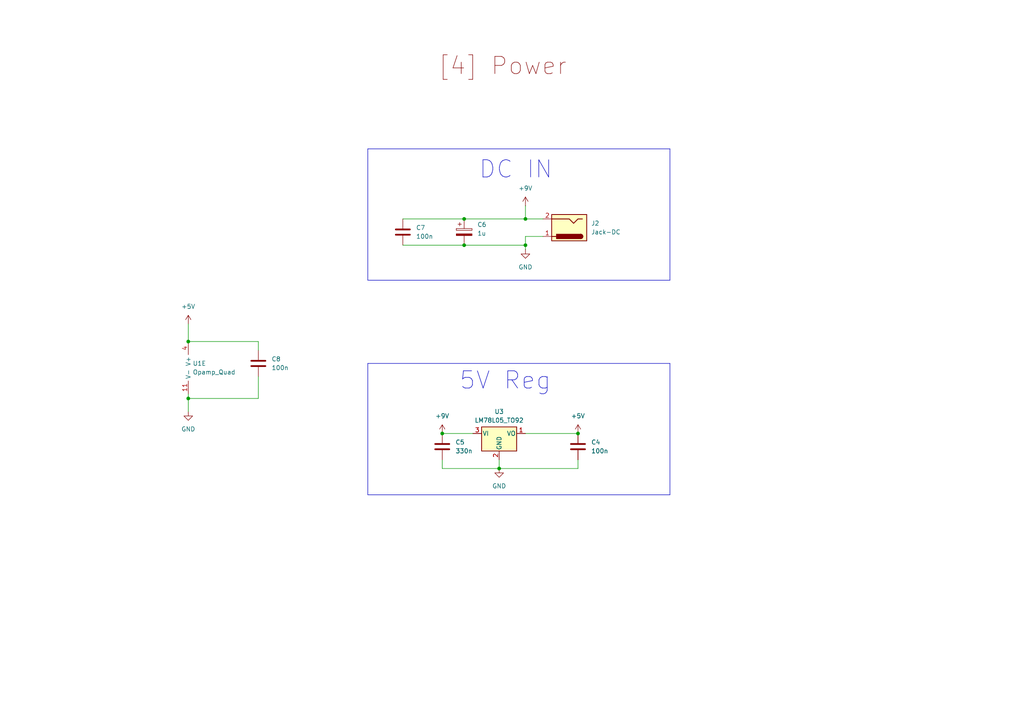
<source format=kicad_sch>
(kicad_sch (version 20231120) (generator "eeschema") (generator_version "8.0")
  (paper "A4")
  (lib_symbols
    (symbol "Connector:Jack-DC" (pin_names (offset 1.016))
      (property "Reference" "J" (at 0 5.334 0))
      (property "Value" "Jack-DC" (at 0 -5.08 0))
      (symbol "Jack-DC_0_1"
        (rectangle (start -5.08 3.81) (end 5.08 -3.81) (stroke (width 0.254)) (fill (type background)))
        (arc (start -3.302 3.175) (mid -3.9343 2.54) (end -3.302 1.905) (stroke (width 0.254)))
        (arc (start -3.302 3.175) (mid -3.9343 2.54) (end -3.302 1.905) (stroke (width 0.254)) (fill (type outline)))
        (polyline (pts (xy 5.08 2.54) (xy 3.81 2.54)) (stroke (width 0.254)))
        (polyline (pts (xy -3.81 -2.54) (xy -2.54 -2.54) (xy -1.27 -1.27) (xy 0 -2.54) (xy 2.54 -2.54) (xy 5.08 -2.54)) (stroke (width 0.254)))
        (rectangle (start 3.683 3.175) (end -3.302 1.905) (stroke (width 0.254)) (fill (type outline)))
      )
      (symbol "Jack-DC_1_1"
        (pin passive line (at 7.62 2.54 180) (length 2.54) (name "~") (number "1"))
        (pin passive line (at 7.62 -2.54 180) (length 2.54) (name "~") (number "2"))
      )
    )
    (symbol "Device:C" (pin_numbers hide) (pin_names (offset 0.254))
      (property "Reference" "C" (at 0.635 2.54 0))
      (property "Value" "C" (at 0.635 -2.54 0))
      (symbol "C_0_1"
        (polyline (pts (xy -2.032 -0.762) (xy 2.032 -0.762)) (stroke (width 0.508)))
        (polyline (pts (xy -2.032 0.762) (xy 2.032 0.762)) (stroke (width 0.508)))
      )
      (symbol "C_1_1"
        (pin passive line (at 0 3.81 270) (length 2.794) (name "~") (number "1"))
        (pin passive line (at 0 -3.81 90) (length 2.794) (name "~") (number "2"))
      )
    )
    (symbol "Device:C_Polarized" (pin_numbers hide) (pin_names (offset 0.254))
      (property "Reference" "C" (at 0.635 2.54 0))
      (property "Value" "C_Polarized" (at 0.635 -2.54 0))
      (symbol "C_Polarized_0_1"
        (rectangle (start -2.286 0.508) (end 2.286 1.016))
        (polyline (pts (xy -1.778 2.286) (xy -0.762 2.286)))
        (polyline (pts (xy -1.27 2.794) (xy -1.27 1.778)))
        (rectangle (start 2.286 -0.508) (end -2.286 -1.016) (fill (type outline)))
      )
      (symbol "C_Polarized_1_1"
        (pin passive line (at 0 3.81 270) (length 2.794) (name "~") (number "1"))
        (pin passive line (at 0 -3.81 90) (length 2.794) (name "~") (number "2"))
      )
    )
    (symbol "Device:Opamp_Quad"
      (property "Reference" "U" (at 0 5.08 0))
      (property "Value" "Opamp_Quad" (at 0 -5.08 0))
      (symbol "Opamp_Quad_1_1"
        (polyline (pts (xy -5.08 5.08) (xy 5.08 0) (xy -5.08 -5.08) (xy -5.08 5.08)) (stroke (width 0.254)) (fill (type background)))
        (pin output line (at 7.62 0 180) (length 2.54) (name "~") (number "1"))
        (pin input line (at -7.62 -2.54 0) (length 2.54) (name "-") (number "2"))
        (pin input line (at -7.62 2.54 0) (length 2.54) (name "+") (number "3"))
      )
      (symbol "Opamp_Quad_2_1"
        (polyline (pts (xy -5.08 5.08) (xy 5.08 0) (xy -5.08 -5.08) (xy -5.08 5.08)) (stroke (width 0.254)) (fill (type background)))
        (pin input line (at -7.62 2.54 0) (length 2.54) (name "+") (number "5"))
        (pin input line (at -7.62 -2.54 0) (length 2.54) (name "-") (number "6"))
        (pin output line (at 7.62 0 180) (length 2.54) (name "~") (number "7"))
      )
      (symbol "Opamp_Quad_3_1"
        (polyline (pts (xy -5.08 5.08) (xy 5.08 0) (xy -5.08 -5.08) (xy -5.08 5.08)) (stroke (width 0.254)) (fill (type background)))
        (pin input line (at -7.62 2.54 0) (length 2.54) (name "+") (number "10"))
        (pin output line (at 7.62 0 180) (length 2.54) (name "~") (number "8"))
        (pin input line (at -7.62 -2.54 0) (length 2.54) (name "-") (number "9"))
      )
      (symbol "Opamp_Quad_4_1"
        (polyline (pts (xy -5.08 5.08) (xy 5.08 0) (xy -5.08 -5.08) (xy -5.08 5.08)) (stroke (width 0.254)) (fill (type background)))
        (pin input line (at -7.62 2.54 0) (length 2.54) (name "+") (number "12"))
        (pin input line (at -7.62 -2.54 0) (length 2.54) (name "-") (number "13"))
        (pin output line (at 7.62 0 180) (length 2.54) (name "~") (number "14"))
      )
      (symbol "Opamp_Quad_5_1"
        (pin power_in line (at -2.54 -7.62 90) (length 3.81) (name "V-") (number "11"))
        (pin power_in line (at -2.54 7.62 270) (length 3.81) (name "V+") (number "4"))
      )
    )
    (symbol "Regulator_Linear:LM78L05_TO92" (pin_names (offset 0.254))
      (property "Reference" "U" (at -3.81 3.175 0))
      (property "Value" "LM78L05_TO92" (at 0 3.175 0))
      (symbol "LM78L05_TO92_0_1"
        (rectangle (start -5.08 -5.08) (end 5.08 1.905) (stroke (width 0.254)) (fill (type background)))
      )
      (symbol "LM78L05_TO92_1_1"
        (pin power_out line (at 7.62 0 180) (length 2.54) (name "VO") (number "1"))
        (pin power_in line (at 0 -7.62 90) (length 2.54) (name "GND") (number "2"))
        (pin power_in line (at -7.62 0 0) (length 2.54) (name "VI") (number "3"))
      )
    )
    (symbol "power:+5V" (power) (pin_numbers hide) (pin_names (offset 0) hide)
      (property "Value" "+5V" (at 0 3.556 0))
      (symbol "+5V_0_1"
        (polyline (pts (xy -0.762 1.27) (xy 0 2.54)))
        (polyline (pts (xy 0 0) (xy 0 2.54)))
        (polyline (pts (xy 0 2.54) (xy 0.762 1.27)))
      )
      (symbol "+5V_1_1"
        (pin power_in line (at 0 0 90) (length 0) (name "~") (number "1"))
      )
    )
    (symbol "power:+9V" (power) (pin_numbers hide) (pin_names (offset 0) hide)
      (property "Value" "+9V" (at 0 3.556 0))
      (symbol "+9V_0_1"
        (polyline (pts (xy -0.762 1.27) (xy 0 2.54)))
        (polyline (pts (xy 0 0) (xy 0 2.54)))
        (polyline (pts (xy 0 2.54) (xy 0.762 1.27)))
      )
      (symbol "+9V_1_1"
        (pin power_in line (at 0 0 90) (length 0) (name "~") (number "1"))
      )
    )
    (symbol "power:GND" (power) (pin_numbers hide) (pin_names (offset 0) hide)
      (property "Value" "GND" (at 0 -3.81 0))
      (symbol "GND_0_1"
        (polyline (pts (xy 0 0) (xy 0 -1.27) (xy 1.27 -1.27) (xy 0 -2.54) (xy -1.27 -1.27) (xy 0 -1.27)))
      )
      (symbol "GND_1_1"
        (pin power_in line (at 0 0 270) (length 0) (name "~") (number "1"))
      )
    )
  )
  (junction (at 152.4 71.12))
  (junction (at 54.61 99.06))
  (junction (at 54.61 115.57))
  (junction (at 144.78 135.89))
  (junction (at 134.62 63.5))
  (junction (at 167.64 125.73))
  (junction (at 152.4 63.5))
  (junction (at 128.27 125.73))
  (junction (at 134.62 71.12))
  (polyline (pts (xy 106.68 143.51) (xy 194.31 143.51)))
  (wire (pts (xy 152.4 59.69) (xy 152.4 63.5)))
  (wire (pts (xy 54.61 93.98) (xy 54.61 99.06)))
  (wire (pts (xy 152.4 72.39) (xy 152.4 71.12)))
  (polyline (pts (xy 106.68 43.18) (xy 106.68 81.28)))
  (wire (pts (xy 74.93 115.57) (xy 74.93 109.22)))
  (wire (pts (xy 152.4 63.5) (xy 157.48 63.5)))
  (wire (pts (xy 134.62 63.5) (xy 152.4 63.5)))
  (wire (pts (xy 74.93 99.06) (xy 74.93 101.6)))
  (wire (pts (xy 54.61 115.57) (xy 54.61 119.38)))
  (polyline (pts (xy 106.68 105.41) (xy 194.31 105.41)))
  (wire (pts (xy 167.64 133.35) (xy 167.64 135.89)))
  (wire (pts (xy 144.78 133.35) (xy 144.78 135.89)))
  (wire (pts (xy 116.84 71.12) (xy 134.62 71.12)))
  (wire (pts (xy 152.4 71.12) (xy 152.4 68.58)))
  (polyline (pts (xy 106.68 105.41) (xy 106.68 143.51)))
  (wire (pts (xy 152.4 125.73) (xy 167.64 125.73)))
  (polyline (pts (xy 106.68 43.18) (xy 194.31 43.18)))
  (wire (pts (xy 54.61 99.06) (xy 74.93 99.06)))
  (wire (pts (xy 152.4 68.58) (xy 157.48 68.58)))
  (wire (pts (xy 167.64 135.89) (xy 144.78 135.89)))
  (polyline (pts (xy 106.68 81.28) (xy 194.31 81.28)))
  (wire (pts (xy 128.27 125.73) (xy 137.16 125.73)))
  (polyline (pts (xy 194.31 81.28) (xy 194.31 43.18)))
  (wire (pts (xy 54.61 115.57) (xy 74.93 115.57)))
  (wire (pts (xy 128.27 133.35) (xy 128.27 135.89)))
  (polyline (pts (xy 194.31 143.51) (xy 194.31 105.41)))
  (wire (pts (xy 128.27 135.89) (xy 144.78 135.89)))
  (wire (pts (xy 54.61 114.3) (xy 54.61 115.57)))
  (wire (pts (xy 134.62 71.12) (xy 152.4 71.12)))
  (wire (pts (xy 116.84 63.5) (xy 134.62 63.5)))
  (text "DC IN\n" (at 149.606 49.276 0) (effects (font (size 5 5))))
  (text "[4] Power\n" (at 145.796 19.304 0) (effects (font (size 5 5))))
  (text "5V Reg" (at 146.558 110.49 0) (effects (font (size 5 5))))
  (symbol (lib_id "Device:C") (at 167.64 129.54 0) (unit 1)
    (property "Reference" "C4" (at 171.45 128.2699 0) (effects (justify left)))
    (property "Value" "100n" (at 171.45 130.8099 0) (effects (justify left)))
    (property "Description" "Unpolarized capacitor" (effects (hide yes)))
  )
  (symbol (lib_id "Device:C_Polarized") (at 134.62 67.31 0) (unit 1)
    (property "Reference" "C6" (at 138.43 65.1509 0) (effects (justify left)))
    (property "Value" "1u" (at 138.43 67.6909 0) (effects (justify left)))
    (property "Description" "Polarized capacitor" (effects (hide yes)))
  )
  (symbol (lib_id "Regulator_Linear:LM78L05_TO92") (at 144.78 125.73 0) (unit 1)
    (property "Reference" "U3" (at 144.78 119.38 0))
    (property "Value" "LM78L05_TO92" (at 144.78 121.92 0))
    (property "Footprint" "Package_TO_SOT_THT:TO-92_Inline" (effects (hide yes)))
    (property "Datasheet" "https://www.onsemi.com/pub/Collateral/MC78L06A-D.pdf" (effects (hide yes)))
    (property "Description" "Positive 100mA 30V Linear Regulator, Fixed Output 5V, TO-92" (effects (hide yes)))
  )
  (symbol (lib_id "Device:C") (at 74.93 105.41 0) (unit 1)
    (property "Reference" "C8" (at 78.74 104.1399 0) (effects (justify left)))
    (property "Value" "100n" (at 78.74 106.6799 0) (effects (justify left)))
    (property "Description" "Unpolarized capacitor" (effects (hide yes)))
  )
  (symbol (lib_id "Device:C") (at 128.27 129.54 0) (unit 1)
    (property "Reference" "C5" (at 132.08 128.2699 0) (effects (justify left)))
    (property "Value" "330n" (at 132.08 130.8099 0) (effects (justify left)))
    (property "Description" "Unpolarized capacitor" (effects (hide yes)))
  )
  (symbol (lib_id "power:+5V") (at 167.64 125.73 0) (unit 1)
    (property "Reference" "#PWR011" (effects (hide yes)))
    (property "Value" "+5V" (at 167.64 120.65 0))
    (property "Description" "Power symbol creates a global label with name \"+5V\"" (effects (hide yes)))
  )
  (symbol (lib_id "power:+9V") (at 152.4 59.69 0) (unit 1)
    (property "Reference" "#PWR08" (effects (hide yes)))
    (property "Value" "+9V" (at 152.4 54.61 0))
    (property "Description" "Power symbol creates a global label with name \"+9V\"" (effects (hide yes)))
  )
  (symbol (lib_id "Connector:Jack-DC") (at 165.1 66.04 180) (unit 1)
    (property "Reference" "J2" (at 171.45 64.7699 0) (effects (justify right)))
    (property "Value" "Jack-DC" (at 171.45 67.3099 0) (effects (justify right)))
    (property "Description" "DC Barrel Jack" (effects (hide yes)))
  )
  (symbol (lib_id "power:+9V") (at 128.27 125.73 0) (unit 1)
    (property "Reference" "#PWR010" (effects (hide yes)))
    (property "Value" "+9V" (at 128.27 120.65 0))
    (property "Description" "Power symbol creates a global label with name \"+9V\"" (effects (hide yes)))
  )
  (symbol (lib_id "power:GND") (at 152.4 72.39 0) (unit 1)
    (property "Reference" "#PWR09" (effects (hide yes)))
    (property "Value" "GND" (at 152.4 77.47 0))
    (property "Description" "Power symbol creates a global label with name \"GND\" , ground" (effects (hide yes)))
  )
  (symbol (lib_id "Device:C") (at 116.84 67.31 0) (unit 1)
    (property "Reference" "C7" (at 120.65 66.0399 0) (effects (justify left)))
    (property "Value" "100n" (at 120.65 68.5799 0) (effects (justify left)))
    (property "Description" "Unpolarized capacitor" (effects (hide yes)))
  )
  (symbol (lib_id "Device:Opamp_Quad") (at 57.15 106.68 0) (unit 5)
    (property "Reference" "U1" (at 55.88 105.4099 0) (effects (justify left)))
    (property "Value" "Opamp_Quad" (at 55.88 107.9499 0) (effects (justify left)))
    (property "Description" "Quad operational amplifier" (effects (hide yes)))
    (property "Sim.Library" "${KICAD7_SYMBOL_DIR}/Simulation_SPICE.sp" (effects (hide yes)))
    (property "Sim.Name" "kicad_builtin_opamp_quad" (effects (hide yes)))
    (property "Sim.Device" "SUBCKT" (effects (hide yes)))
    (property "Sim.Pins" "1=out1 2=in1- 3=in1+ 4=vcc 5=in2+ 6=in2- 7=out2 8=out3 9=in3- 10=in3+ 11=vee 12=in4+ 13=in4- 14=out4" (effects (hide yes)))
  )
  (symbol (lib_id "power:GND") (at 144.78 135.89 0) (unit 1)
    (property "Reference" "#PWR012" (effects (hide yes)))
    (property "Value" "GND" (at 144.78 140.97 0))
    (property "Description" "Power symbol creates a global label with name \"GND\" , ground" (effects (hide yes)))
  )
  (symbol (lib_id "power:GND") (at 54.61 119.38 0) (unit 1)
    (property "Reference" "#PWR014" (effects (hide yes)))
    (property "Value" "GND" (at 54.61 124.46 0))
    (property "Description" "Power symbol creates a global label with name \"GND\" , ground" (effects (hide yes)))
  )
  (symbol (lib_id "power:+5V") (at 54.61 93.98 0) (unit 1)
    (property "Reference" "#PWR013" (effects (hide yes)))
    (property "Value" "+5V" (at 54.61 88.9 0))
    (property "Description" "Power symbol creates a global label with name \"+5V\"" (effects (hide yes)))
  )
)
</source>
